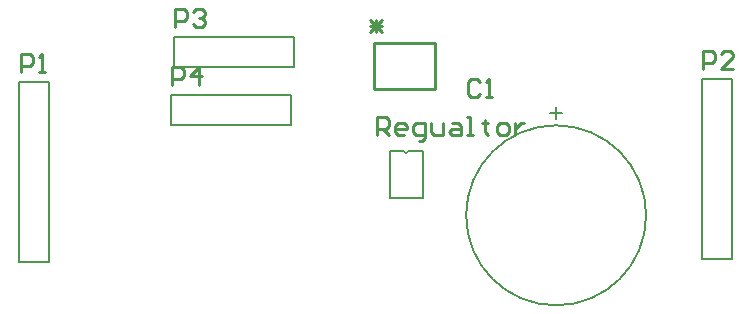
<source format=gto>
%FSLAX25Y25*%
%MOIN*%
G70*
G01*
G75*
%ADD10C,0.02000*%
%ADD11C,0.01200*%
%ADD12C,0.03000*%
%ADD13R,0.06000X0.06000*%
%ADD14R,0.06496X0.11201*%
%ADD15O,0.05906X0.01654*%
%ADD16R,0.05906X0.01654*%
%ADD17C,0.01000*%
%ADD18C,0.01500*%
%ADD19R,0.05906X0.05906*%
%ADD20C,0.05906*%
%ADD21R,0.04724X0.04724*%
%ADD22C,0.04724*%
%ADD23R,0.05906X0.05906*%
%ADD24R,0.01598X0.04724*%
%ADD25O,0.01598X0.04724*%
%ADD26C,0.00787*%
%ADD27C,0.00591*%
D17*
X237250Y459500D02*
X257750D01*
Y475000D01*
X237250D02*
X257750D01*
X237250Y459500D02*
Y467500D01*
Y475000D01*
X238400Y444200D02*
Y450198D01*
X241399D01*
X242399Y449198D01*
Y447199D01*
X241399Y446199D01*
X238400D01*
X240399D02*
X242399Y444200D01*
X247397D02*
X245398D01*
X244398Y445200D01*
Y447199D01*
X245398Y448199D01*
X247397D01*
X248397Y447199D01*
Y446199D01*
X244398D01*
X252396Y442201D02*
X253395D01*
X254395Y443200D01*
Y448199D01*
X251396D01*
X250396Y447199D01*
Y445200D01*
X251396Y444200D01*
X254395D01*
X256394Y448199D02*
Y445200D01*
X257394Y444200D01*
X260393D01*
Y448199D01*
X263392D02*
X265391D01*
X266391Y447199D01*
Y444200D01*
X263392D01*
X262392Y445200D01*
X263392Y446199D01*
X266391D01*
X268390Y444200D02*
X270390D01*
X269390D01*
Y450198D01*
X268390D01*
X274388Y449198D02*
Y448199D01*
X273389D01*
X275388D01*
X274388D01*
Y445200D01*
X275388Y444200D01*
X279387D02*
X281386D01*
X282386Y445200D01*
Y447199D01*
X281386Y448199D01*
X279387D01*
X278387Y447199D01*
Y445200D01*
X279387Y444200D01*
X284385Y448199D02*
Y444200D01*
Y446199D01*
X285385Y447199D01*
X286385Y448199D01*
X287384D01*
X347100Y466400D02*
Y472398D01*
X350099D01*
X351099Y471398D01*
Y469399D01*
X350099Y468399D01*
X347100D01*
X357097Y466400D02*
X353098D01*
X357097Y470399D01*
Y471398D01*
X356097Y472398D01*
X354098D01*
X353098Y471398D01*
X119650Y465350D02*
Y471348D01*
X122649D01*
X123649Y470348D01*
Y468349D01*
X122649Y467349D01*
X119650D01*
X125648Y465350D02*
X127647D01*
X126648D01*
Y471348D01*
X125648Y470348D01*
X272599Y461998D02*
X271599Y462998D01*
X269600D01*
X268600Y461998D01*
Y458000D01*
X269600Y457000D01*
X271599D01*
X272599Y458000D01*
X274598Y457000D02*
X276597D01*
X275598D01*
Y462998D01*
X274598Y461998D01*
X235900Y482498D02*
X239899Y478500D01*
X235900D02*
X239899Y482498D01*
X235900Y480499D02*
X239899D01*
X237899Y478500D02*
Y482498D01*
X171100Y480400D02*
Y486398D01*
X174099D01*
X175099Y485398D01*
Y483399D01*
X174099Y482399D01*
X171100D01*
X177098Y485398D02*
X178098Y486398D01*
X180097D01*
X181097Y485398D01*
Y484399D01*
X180097Y483399D01*
X179097D01*
X180097D01*
X181097Y482399D01*
Y481400D01*
X180097Y480400D01*
X178098D01*
X177098Y481400D01*
X170100Y460900D02*
Y466898D01*
X173099D01*
X174099Y465898D01*
Y463899D01*
X173099Y462899D01*
X170100D01*
X179097Y460900D02*
Y466898D01*
X176098Y463899D01*
X180097D01*
D26*
X328000Y417500D02*
G03*
X328000Y417500I-30000J0D01*
G01*
X247325Y438779D02*
G03*
X248604Y438779I640J0D01*
G01*
X346500Y403000D02*
X356500D01*
X346500Y463000D02*
X356500D01*
Y403000D02*
Y463000D01*
X346500Y403000D02*
Y463000D01*
X119000Y462000D02*
X129000D01*
X119000Y402000D02*
X129000D01*
X119000D02*
Y462000D01*
X129000Y402000D02*
Y462000D01*
X170500Y467000D02*
Y477000D01*
X210500D01*
X170500Y467000D02*
X210500D01*
Y477000D01*
X209500Y447500D02*
Y457500D01*
X169500Y447500D02*
X209500D01*
X169500Y457500D02*
X209500D01*
X169500Y447500D02*
Y457500D01*
X242500Y423425D02*
Y438779D01*
Y423425D02*
X253500D01*
Y438779D01*
X248604D02*
X253500D01*
X242500D02*
X247325D01*
D27*
X297949Y449515D02*
Y453451D01*
X295981Y451483D02*
X299917D01*
M02*

</source>
